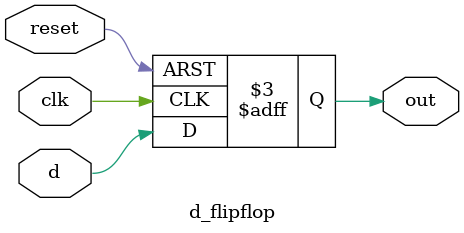
<source format=v>
module d_flipflop (
    input d , clk , reset ,
    output reg out
);

    always @(posedge clk or negedge reset) begin
        if (! reset)
            out <= 0;
        else 
            out <= d;

    end

endmodule
</source>
